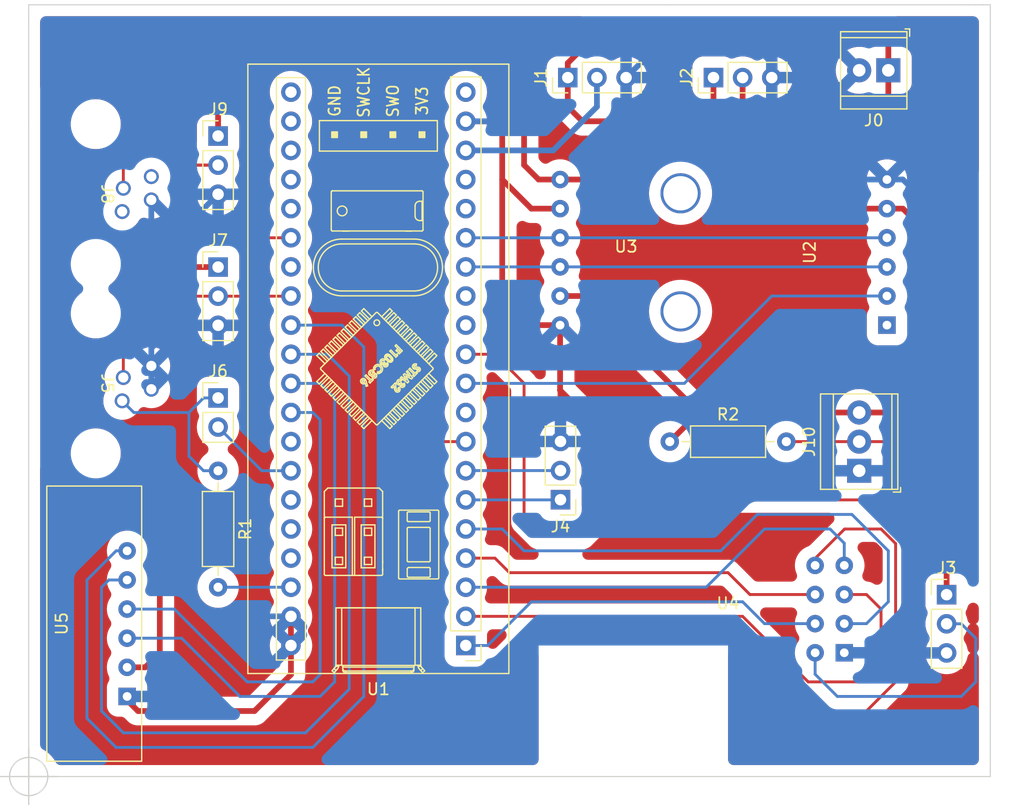
<source format=kicad_pcb>
(kicad_pcb (version 20211014) (generator pcbnew)
  (title_block (title "First Prototype from Breadboard"))
  (layers (0 "F.Cu" signal) (31 "B.Cu" signal) (34 "B.Paste" user) (35 "F.Paste" user) (36 "B.SilkS" user "B.Silkscreen") (37 "F.SilkS" user "F.Silkscreen") (38 "B.Mask" user) (39 "F.Mask" user) (44 "Edge.Cuts" user))
  (net 0 "")
  (net 1 "VDD")
  (net 2 "GND")
  (net 3 "+5V")
  (net 4 "+3V3")
  (net 5 "+3.3VP")
  (net 6 "UART_TX")
  (net 7 "UART_RX")
  (net 8 "Anemometer")
  (net 9 "Wind_Vane_SensorSide")
  (net 10 "Wind_Vane")
  (net 12 "Rain Gauge")
  (net 14 "DS18B20")
  (net 15 "+3.3VA")
  (net 16 "LoRa_NCSS")
  (net 17 "LoRa_SCLK")
  (net 18 "LoRa_MISO")
  (net 20 "LoRa_MOSI")
  (net 22 "LoRa_Reset")
  (net 25 "LoRa_DIO0")
  (net 27 "RTC_Alarm")
  (net 31 "SCL")
  (net 32 "SDA")
  (net 41 "SPI1_MOSI")
  (net 42 "SPI1_MISO")
  (net 43 "SPI1_SCK")
  (net 44 "TF_NCSS")
  (footprint "Connector_PinHeader_2.54mm:PinHeader_1x03_P2.54mm_Vertical" (layer "F.Cu") (at 156.5275 72.39 90)
    (fp_text reference "J1" (at 0 -2.33 90) (layer "F.SilkS"))
    (fp_text value "Conn_01x03_Male")
    (pad "1" thru_hole rect (at 0 0 90) (size 1.7 1.7) (drill 1) (layers *.Cu *.Mask) (net 1 "VDD"))
    (pad "2" thru_hole oval (at 0 2.54 90) (size 1.7 1.7) (drill 1) (layers *.Cu *.Mask) (net 3 "+5V"))
    (pad "3" thru_hole oval (at 0 5.08 90) (size 1.7 1.7) (drill 1) (layers *.Cu *.Mask) (net 2 "GND"))
  )
  (footprint "RJ11-Connectors:4P4C" (layer "F.Cu") (at 115.8875 82.55 -90)
    (fp_text reference "J8" (at 0 -0.5 -90 unlocked) (layer "F.SilkS"))
    (fp_text value "4P4C")
    (pad "" np_thru_hole circle (at -6.1 0.5 270) (size 2.36 2.36) (drill 2.36) (layers F&B.Cu *.Mask))
    (pad "" np_thru_hole circle (at 6.1 0.5 270) (size 2.36 2.36) (drill 2.36) (layers F&B.Cu *.Mask))
    (pad "1" thru_hole circle (at -1.525 -4.34 270) (size 1.3 1.3) (drill 0.89) (layers *.Cu *.Mask))
    (pad "2" thru_hole circle (at 0.51 -4.34 270) (size 1.3 1.3) (drill 0.89) (layers *.Cu *.Mask) (net 2 "GND"))
    (pad "3" thru_hole circle (at -0.51 -1.9 270) (size 1.3 1.3) (drill 0.89) (layers *.Cu *.Mask) (net 12 "Rain Gauge"))
    (pad "4" thru_hole circle (at 1.525 -1.8 270) (size 1.3 1.3) (drill 0.89) (layers *.Cu *.Mask))
  )
  (footprint "BME280_Module:BME280_I2C" (layer "F.Cu") (at 161.6075 87.63)
    (fp_text reference "U3" (at 0 -0.5 unlocked) (layer "F.SilkS"))
    (fp_text value "BME280_I2C")
    (pad "" np_thru_hole circle (at 4.75 5.15) (size 3.5 3.5) (drill 3) (layers F&B.Cu *.Mask))
    (pad "" np_thru_hole circle (at 4.75 -5.15) (size 3.5 3.5) (drill 3) (layers F&B.Cu *.Mask))
    (pad "1" thru_hole circle (at -5.75 -6.35) (size 1.524 1.524) (drill 0.762) (layers *.Cu *.Mask) (net 4 "+3V3"))
    (pad "1" thru_hole circle (at -5.75 3.81) (size 1.524 1.524) (drill 0.762) (layers *.Cu *.Mask) (net 4 "+3V3"))
    (pad "2" thru_hole circle (at -5.75 -3.81) (size 1.524 1.524) (drill 0.762) (layers *.Cu *.Mask) (net 2 "GND"))
    (pad "3" thru_hole circle (at -5.75 -1.27) (size 1.524 1.524) (drill 0.762) (layers *.Cu *.Mask) (net 32 "SDA"))
    (pad "4" thru_hole circle (at -5.75 1.27) (size 1.524 1.524) (drill 0.762) (layers *.Cu *.Mask) (net 31 "SCL"))
    (pad "5" thru_hole circle (at -5.75 6.35) (size 1.524 1.524) (drill 0.762) (layers *.Cu *.Mask) (net 2 "GND"))
  )
  (footprint "Connector_PinHeader_2.54mm:PinHeader_1x03_P2.54mm_Vertical" (layer "F.Cu") (at 169.2275 72.39 90)
    (fp_text reference "J2" (at 0 -2.33 90) (layer "F.SilkS"))
    (fp_text value "Conn_01x03_Male")
    (pad "1" thru_hole rect (at 0 0 90) (size 1.7 1.7) (drill 1) (layers *.Cu *.Mask) (net 1 "VDD"))
    (pad "2" thru_hole oval (at 0 2.54 90) (size 1.7 1.7) (drill 1) (layers *.Cu *.Mask) (net 4 "+3V3"))
    (pad "3" thru_hole oval (at 0 5.08 90) (size 1.7 1.7) (drill 1) (layers *.Cu *.Mask) (net 2 "GND"))
  )
  (footprint "Connector_PinHeader_2.54mm:PinHeader_1x03_P2.54mm_Vertical" (layer "F.Cu") (at 126.0475 88.915)
    (fp_text reference "J7" (at 0 -2.33) (layer "F.SilkS"))
    (fp_text value "Conn_01x03_Male")
    (pad "1" thru_hole rect (at 0 0) (size 1.7 1.7) (drill 1) (layers *.Cu *.Mask) (net 4 "+3V3"))
    (pad "2" thru_hole oval (at 0 2.54) (size 1.7 1.7) (drill 1) (layers *.Cu *.Mask) (net 8 "Anemometer"))
    (pad "3" thru_hole oval (at 0 5.08) (size 1.7 1.7) (drill 1) (layers *.Cu *.Mask) (net 2 "GND"))
  )
  (footprint "TerminalBlock_TE-Connectivity:TerminalBlock_TE_282834-2_1x02_P2.54mm_Horizontal" (layer "F.Cu") (at 184.4675 71.755 180)
    (fp_text reference "J0" (at 1.27 -4.37) (layer "F.SilkS"))
    (fp_text value "Screw_Terminal_01x02")
    (pad "1" thru_hole rect (at 0 0 180) (size 2.1 2.1) (drill 1.1) (layers *.Cu *.Mask) (net 1 "VDD"))
    (pad "2" thru_hole circle (at 2.54 0 180) (size 2.1 2.1) (drill 1.1) (layers *.Cu *.Mask) (net 2 "GND"))
  )
  (footprint "Connector_PinHeader_2.54mm:PinHeader_1x03_P2.54mm_Vertical" (layer "F.Cu") (at 189.5475 117.49)
    (fp_text reference "J3" (at 0 -2.33) (layer "F.SilkS"))
    (fp_text value "Conn_01x03_Male")
    (pad "1" thru_hole rect (at 0 0) (size 1.7 1.7) (drill 1) (layers *.Cu *.Mask) (net 1 "VDD"))
    (pad "2" thru_hole oval (at 0 2.54) (size 1.7 1.7) (drill 1) (layers *.Cu *.Mask) (net 5 "+3.3VP"))
    (pad "3" thru_hole oval (at 0 5.08) (size 1.7 1.7) (drill 1) (layers *.Cu *.Mask) (net 2 "GND"))
  )
  (footprint "Connector_PinHeader_2.54mm:PinHeader_1x03_P2.54mm_Vertical" (layer "F.Cu") (at 126.0475 77.485)
    (fp_text reference "J9" (at 0 -2.33) (layer "F.SilkS"))
    (fp_text value "Conn_01x03_Male")
    (pad "1" thru_hole rect (at 0 0) (size 1.7 1.7) (drill 1) (layers *.Cu *.Mask) (net 4 "+3V3"))
    (pad "2" thru_hole oval (at 0 2.54) (size 1.7 1.7) (drill 1) (layers *.Cu *.Mask) (net 12 "Rain Gauge"))
    (pad "3" thru_hole oval (at 0 5.08) (size 1.7 1.7) (drill 1) (layers *.Cu *.Mask) (net 2 "GND"))
  )
  (footprint "TerminalBlock_TE-Connectivity:TerminalBlock_TE_282834-3_1x03_P2.54mm_Horizontal" (layer "F.Cu") (at 181.9275 106.68 90)
    (fp_text reference "J10" (at 2.54 -4.37 90) (layer "F.SilkS"))
    (fp_text value "Screw_Terminal_01x03")
    (pad "1" thru_hole rect (at 0 0 90) (size 2.1 2.1) (drill 1.1) (layers *.Cu *.Mask) (net 2 "GND"))
    (pad "2" thru_hole circle (at 2.54 0 90) (size 2.1 2.1) (drill 1.1) (layers *.Cu *.Mask) (net 14 "DS18B20"))
    (pad "3" thru_hole circle (at 5.08 0 90) (size 2.1 2.1) (drill 1.1) (layers *.Cu *.Mask) (net 4 "+3V3"))
  )
  (footprint "Resistor_THT:R_Axial_DIN0207_L6.3mm_D2.5mm_P10.16mm_Horizontal" (layer "F.Cu") (at 126.0475 106.68 -90)
    (fp_text reference "R1" (at 5.08 -2.37 90) (layer "F.SilkS"))
    (fp_text value "3K3")
    (pad "1" thru_hole circle (at 0 0 270) (size 1.6 1.6) (drill 0.8) (layers *.Cu *.Mask) (net 9 "Wind_Vane_SensorSide"))
    (pad "2" thru_hole oval (at 10.16 0 270) (size 1.6 1.6) (drill 0.8) (layers *.Cu *.Mask) (net 15 "+3.3VA"))
  )
  (footprint "Connector_PinHeader_2.54mm:PinHeader_1x03_P2.54mm_Vertical" (layer "F.Cu") (at 155.8925 109.205 180)
    (fp_text reference "J4" (at 0 -2.33) (layer "F.SilkS"))
    (fp_text value "Conn_01x03_Male")
    (pad "1" thru_hole rect (at 0 0 180) (size 1.7 1.7) (drill 1) (layers *.Cu *.Mask) (net 6 "UART_TX"))
    (pad "2" thru_hole oval (at 0 2.54 180) (size 1.7 1.7) (drill 1) (layers *.Cu *.Mask) (net 7 "UART_RX"))
    (pad "3" thru_hole oval (at 0 5.08 180) (size 1.7 1.7) (drill 1) (layers *.Cu *.Mask) (net 2 "GND"))
  )
  (footprint "STM32-BluePill:YAAJ_BluePill_1" (layer "F.Cu") (at 147.6375 121.92 180)
    (fp_text reference "U1" (at 7.62 -3.81) (layer "F.SilkS"))
    (fp_text value "YAAJ_BluePill" hide)
    (fp_text user "3V3" (at 3.81 47.498 90 unlocked) (layer "F.SilkS") (effects (font (size 1 0.9))))
    (fp_text user "SWCLK" (at 8.89 48.26 90 unlocked) (layer "F.SilkS") (effects (font (size 1 0.9))))
    (fp_text user "SWO" (at 6.35 47.498 90 unlocked) (layer "F.SilkS") (effects (font (size 1 0.9))))
    (fp_text user "GND" (at 11.43 47.498 90 unlocked) (layer "F.SilkS") (effects (font (size 1 0.9))))
    (pad "1" thru_hole rect locked (at 0 0 180) (size 1.7 1.7) (drill 1) (layers *.Cu *.Mask) (net 16 "LoRa_NCSS"))
    (pad "2" thru_hole circle locked (at 0 2.54 180) (size 1.7 1.7) (drill 1) (layers *.Cu *.Mask) (net 17 "LoRa_SCLK"))
    (pad "3" thru_hole circle locked (at 0 5.08 180) (size 1.7 1.7) (drill 1) (layers *.Cu *.Mask) (net 18 "LoRa_MISO"))
    (pad "4" thru_hole circle locked (at 0 7.62 180) (size 1.7 1.7) (drill 1) (layers *.Cu *.Mask) (net 20 "LoRa_MOSI"))
    (pad "5" thru_hole circle locked (at 0 10.16 180) (size 1.7 1.7) (drill 1) (layers *.Cu *.Mask) (net 22 "LoRa_Reset"))
    (pad "6" thru_hole circle locked (at 0 12.7 180) (size 1.7 1.7) (drill 1) (layers *.Cu *.Mask) (net 6 "UART_TX"))
    (pad "7" thru_hole circle locked (at 0 15.24 180) (size 1.7 1.7) (drill 1) (layers *.Cu *.Mask) (net 7 "UART_RX"))
    (pad "8" thru_hole circle locked (at 0 17.78 180) (size 1.7 1.7) (drill 1) (layers *.Cu *.Mask) (net 25 "LoRa_DIO0"))
    (pad "9" thru_hole circle locked (at 0 20.32 180) (size 1.7 1.7) (drill 1) (layers *.Cu *.Mask))
    (pad "10" thru_hole circle locked (at 0 22.86 180) (size 1.7 1.7) (drill 1) (layers *.Cu *.Mask) (net 27 "RTC_Alarm"))
    (pad "11" thru_hole circle locked (at 0 25.4 180) (size 1.7 1.7) (drill 1) (layers *.Cu *.Mask) (net 14 "DS18B20"))
    (pad "12" thru_hole circle locked (at 0 27.94 180) (size 1.7 1.7) (drill 1) (layers *.Cu *.Mask))
    (pad "13" thru_hole circle locked (at 0 30.48 180) (size 1.7 1.7) (drill 1) (layers *.Cu *.Mask))
    (pad "14" thru_hole circle locked (at 0 33.02 180) (size 1.7 1.7) (drill 1) (layers *.Cu *.Mask) (net 31 "SCL"))
    (pad "15" thru_hole circle locked (at 0 35.56 180) (size 1.7 1.7) (drill 1) (layers *.Cu *.Mask) (net 32 "SDA"))
    (pad "16" thru_hole circle locked (at 0 38.1 180) (size 1.7 1.7) (drill 1) (layers *.Cu *.Mask))
    (pad "17" thru_hole circle locked (at 0 40.64 180) (size 1.7 1.7) (drill 1) (layers *.Cu *.Mask))
    (pad "18" thru_hole circle locked (at 0 43.18 180) (size 1.7 1.7) (drill 1) (layers *.Cu *.Mask) (net 3 "+5V"))
    (pad "19" thru_hole circle locked (at 0 45.72 180) (size 1.7 1.7) (drill 1) (layers *.Cu *.Mask) (net 2 "GND"))
    (pad "20" thru_hole circle locked (at 0 48.26 180) (size 1.7 1.7) (drill 1) (layers *.Cu *.Mask))
    (pad "21" thru_hole circle locked (at 15.24 48.26 180) (size 1.7 1.7) (drill 1) (layers *.Cu *.Mask))
    (pad "22" thru_hole circle locked (at 15.24 45.72 180) (size 1.7 1.7) (drill 1) (layers *.Cu *.Mask))
    (pad "23" thru_hole circle locked (at 15.24 43.18 180) (size 1.7 1.7) (drill 1) (layers *.Cu *.Mask))
    (pad "24" thru_hole circle locked (at 15.24 40.64 180) (size 1.7 1.7) (drill 1) (layers *.Cu *.Mask))
    (pad "25" thru_hole circle locked (at 15.24 38.1 180) (size 1.7 1.7) (drill 1) (layers *.Cu *.Mask))
    (pad "26" thru_hole circle locked (at 15.24 35.56 180) (size 1.7 1.7) (drill 1) (layers *.Cu *.Mask) (net 12 "Rain Gauge"))
    (pad "27" thru_hole circle locked (at 15.24 33.02 180) (size 1.7 1.7) (drill 1) (layers *.Cu *.Mask))
    (pad "28" thru_hole circle locked (at 15.24 30.48 180) (size 1.7 1.7) (drill 1) (layers *.Cu *.Mask) (net 8 "Anemometer"))
    (pad "29" thru_hole circle locked (at 15.24 27.94 180) (size 1.7 1.7) (drill 1) (layers *.Cu *.Mask) (net 44 "TF_NCSS"))
    (pad "30" thru_hole circle locked (at 15.24 25.4 180) (size 1.7 1.7) (drill 1) (layers *.Cu *.Mask) (net 43 "SPI1_SCK"))
    (pad "31" thru_hole circle locked (at 15.24 22.86 180) (size 1.7 1.7) (drill 1) (layers *.Cu *.Mask) (net 42 "SPI1_MISO"))
    (pad "32" thru_hole circle locked (at 15.24 20.32 180) (size 1.7 1.7) (drill 1) (layers *.Cu *.Mask) (net 41 "SPI1_MOSI"))
    (pad "33" thru_hole circle locked (at 15.24 17.78 180) (size 1.7 1.7) (drill 1) (layers *.Cu *.Mask))
    (pad "34" thru_hole circle locked (at 15.24 15.24 180) (size 1.7 1.7) (drill 1) (layers *.Cu *.Mask) (net 10 "Wind_Vane"))
    (pad "35" thru_hole circle locked (at 15.24 12.7 180) (size 1.7 1.7) (drill 1) (layers *.Cu *.Mask))
    (pad "36" thru_hole circle locked (at 15.24 10.16 180) (size 1.7 1.7) (drill 1) (layers *.Cu *.Mask))
    (pad "37" thru_hole circle locked (at 15.24 7.62 180) (size 1.7 1.7) (drill 1) (layers *.Cu *.Mask))
    (pad "38" thru_hole circle locked (at 15.24 5.08 180) (size 1.7 1.7) (drill 1) (layers *.Cu *.Mask) (net 15 "+3.3VA"))
    (pad "39" thru_hole circle locked (at 15.24 2.54 180) (size 1.7 1.7) (drill 1) (layers *.Cu *.Mask) (net 2 "GND"))
    (pad "40" thru_hole circle locked (at 15.24 0 180) (size 1.7 1.7) (drill 1) (layers *.Cu *.Mask) (net 2 "GND"))
  )
  (footprint "Resistor_THT:R_Axial_DIN0207_L6.3mm_D2.5mm_P10.16mm_Horizontal" (layer "F.Cu") (at 165.4175 104.14)
    (fp_text reference "R2" (at 5.08 -2.37) (layer "F.SilkS"))
    (fp_text value "4K7")
    (pad "1" thru_hole circle (at 0 0) (size 1.6 1.6) (drill 0.8) (layers *.Cu *.Mask) (net 4 "+3V3"))
    (pad "2" thru_hole oval (at 10.16 0) (size 1.6 1.6) (drill 0.8) (layers *.Cu *.Mask) (net 14 "DS18B20"))
  )
  (footprint "RJ11-Connectors:4P4C" (layer "F.Cu") (at 115.8875 99.06 -90)
    (fp_text reference "J5" (at 0 -0.5 -90 unlocked) (layer "F.SilkS"))
    (fp_text value "4P4C")
    (pad "" np_thru_hole circle (at -6.1 0.5 270) (size 2.36 2.36) (drill 2.36) (layers F&B.Cu *.Mask))
    (pad "" np_thru_hole circle (at 6.1 0.5 270) (size 2.36 2.36) (drill 2.36) (layers F&B.Cu *.Mask))
    (pad "1" thru_hole circle (at -1.525 -4.34 270) (size 1.3 1.3) (drill 0.89) (layers *.Cu *.Mask) (net 2 "GND"))
    (pad "2" thru_hole circle (at 0.51 -4.34 270) (size 1.3 1.3) (drill 0.89) (layers *.Cu *.Mask) (net 2 "GND"))
    (pad "3" thru_hole circle (at -0.51 -1.9 270) (size 1.3 1.3) (drill 0.89) (layers *.Cu *.Mask) (net 8 "Anemometer"))
    (pad "4" thru_hole circle (at 1.525 -1.8 270) (size 1.3 1.3) (drill 0.89) (layers *.Cu *.Mask) (net 9 "Wind_Vane_SensorSide"))
  )
  (footprint "SX1278_Module:SX1278_Minimal" (layer "F.Cu") (at 170.4975 118.745)
    (fp_text reference "U4" (at 0 -0.5 unlocked) (layer "F.SilkS"))
    (fp_text value "SX1278_Minimal")
    (pad "1" thru_hole rect (at 10.13 3.81) (size 1.524 1.524) (drill 0.762) (layers *.Cu *.Mask) (net 2 "GND"))
    (pad "2" thru_hole circle (at 7.59 3.81) (size 1.524 1.524) (drill 0.762) (layers *.Cu *.Mask) (net 5 "+3.3VP"))
    (pad "3" thru_hole circle (at 10.13 1.27) (size 1.524 1.524) (drill 0.762) (layers *.Cu *.Mask) (net 22 "LoRa_Reset"))
    (pad "4" thru_hole circle (at 7.59 1.27) (size 1.524 1.524) (drill 0.762) (layers *.Cu *.Mask) (net 16 "LoRa_NCSS"))
    (pad "5" thru_hole circle (at 10.13 -1.27) (size 1.524 1.524) (drill 0.762) (layers *.Cu *.Mask) (net 17 "LoRa_SCLK"))
    (pad "6" thru_hole circle (at 7.59 -1.27) (size 1.524 1.524) (drill 0.762) (layers *.Cu *.Mask) (net 20 "LoRa_MOSI"))
    (pad "7" thru_hole circle (at 10.13 -3.81) (size 1.524 1.524) (drill 0.762) (layers *.Cu *.Mask) (net 18 "LoRa_MISO"))
    (pad "8" thru_hole circle (at 7.59 -3.81) (size 1.524 1.524) (drill 0.762) (layers *.Cu *.Mask) (net 25 "LoRa_DIO0"))
  )
  (footprint "DS3231_Module:DS3231_Module_Minimal" (layer "F.Cu") (at 178.1175 87.63 90)
    (fp_text reference "U2" (at 0 -0.5 90 unlocked) (layer "F.SilkS"))
    (fp_text value "DS3231_Module_FullAccess")
    (pad "1" thru_hole circle (at -1.27 6.23 90) (size 1.524 1.524) (drill 0.762) (layers *.Cu *.Mask) (net 31 "SCL"))
    (pad "2" thru_hole circle (at 1.27 6.23 90) (size 1.524 1.524) (drill 0.762) (layers *.Cu *.Mask) (net 32 "SDA"))
    (pad "3" thru_hole circle (at 3.81 6.23 90) (size 1.524 1.524) (drill 0.762) (layers *.Cu *.Mask) (net 4 "+3V3"))
    (pad "4" thru_hole circle (at 6.35 6.23 90) (size 1.524 1.524) (drill 0.762) (layers *.Cu *.Mask) (net 2 "GND"))
    (pad "5" thru_hole rect (at -6.35 6.23 90) (size 1.524 1.524) (drill 0.762) (layers *.Cu *.Mask))
    (pad "6" thru_hole circle (at -3.81 6.23 90) (size 1.524 1.524) (drill 0.762) (layers *.Cu *.Mask) (net 27 "RTC_Alarm"))
  )
  (footprint "Connector_PinHeader_2.54mm:PinHeader_1x02_P2.54mm_Vertical" (layer "F.Cu") (at 126.0475 100.33)
    (fp_text reference "J6" (at 0 -2.33) (layer "F.SilkS"))
    (fp_text value "Conn_01x02_Male")
    (pad "1" thru_hole rect (at 0 0) (size 1.7 1.7) (drill 1) (layers *.Cu *.Mask) (net 9 "Wind_Vane_SensorSide"))
    (pad "2" thru_hole oval (at 0 2.54) (size 1.7 1.7) (drill 1) (layers *.Cu *.Mask) (net 10 "Wind_Vane"))
  )
  (footprint "TF_Module:TF_Module_Veritcal" (layer "F.Cu") (at 114.6175 120.015 90)
    (fp_text reference "U5" (at 0 -2.2 90 unlocked) (layer "F.SilkS"))
    (fp_text value "TF_Module_Vertical")
    (pad "1" thru_hole rect (at -6.35 3.5 90) (size 1.524 1.524) (drill 0.762) (layers *.Cu *.Mask) (net 2 "GND"))
    (pad "2" thru_hole circle (at -3.81 3.5 90) (size 1.524 1.524) (drill 0.762) (layers *.Cu *.Mask) (net 4 "+3V3"))
    (pad "3" thru_hole circle (at -1.27 3.5 90) (size 1.524 1.524) (drill 0.762) (layers *.Cu *.Mask) (net 42 "SPI1_MISO"))
    (pad "4" thru_hole circle (at 1.27 3.5 90) (size 1.524 1.524) (drill 0.762) (layers *.Cu *.Mask) (net 41 "SPI1_MOSI"))
    (pad "5" thru_hole circle (at 3.81 3.5 90) (size 1.524 1.524) (drill 0.762) (layers *.Cu *.Mask) (net 43 "SPI1_SCK"))
    (pad "6" thru_hole circle (at 6.35 3.5 90) (size 1.524 1.524) (drill 0.762) (layers *.Cu *.Mask) (net 44 "TF_NCSS"))
  )
  (gr_line (start 110.8075 133.35) (end 109.5375 133.35) (layer "Edge.Cuts") (width 0.1))
  (gr_line (start 193.3575 66.04) (end 193.3575 125.095) (layer "Edge.Cuts") (width 0.1))
  (gr_line (start 165.4175 66.04) (end 191.4525 66.04) (layer "Edge.Cuts") (width 0.1))
  (gr_line (start 109.5375 66.04) (end 165.4175 66.04) (layer "Edge.Cuts") (width 0.1))
  (gr_line (start 191.4525 66.04) (end 192.7225 66.04) (layer "Edge.Cuts") (width 0.1))
  (gr_line (start 193.3575 130.175) (end 193.3575 133.35) (layer "Edge.Cuts") (width 0.1))
  (gr_line (start 193.3575 125.095) (end 193.3575 130.175) (layer "Edge.Cuts") (width 0.1))
  (gr_line (start 193.3575 133.35) (end 116.5225 133.35) (layer "Edge.Cuts") (width 0.1))
  (gr_line (start 192.7225 66.04) (end 193.3575 66.04) (layer "Edge.Cuts") (width 0.1))
  (gr_line (start 109.5375 67.31) (end 109.5375 66.04) (layer "Edge.Cuts") (width 0.1))
  (gr_line (start 109.5375 76.2) (end 109.5375 67.31) (layer "Edge.Cuts") (width 0.1))
  (gr_line (start 116.5225 133.35) (end 110.8075 133.35) (layer "Edge.Cuts") (width 0.1))
  (gr_line (start 109.5375 133.35) (end 109.5375 76.2) (layer "Edge.Cuts") (width 0.1))
  (target plus (at 109.5375 133.35) (size 5) (width 0.1) (layer "Edge.Cuts"))
  (target plus (at 109.5375 133.35) (size 5) (width 0.1) (layer "Edge.Cuts"))
  (segment (start 160.3375 67.31) (end 182.5625 67.31) (width 0.5) (layer "F.Cu") (net 1))
  (segment (start 184.4675 75.565) (end 191.4525 82.55) (width 0.5) (layer "F.Cu") (net 1))
  (segment (start 156.5275 72.39) (end 156.5275 71.12) (width 0.5) (layer "F.Cu") (net 1))
  (segment (start 156.5275 74.93) (end 157.7975 76.2) (width 0.5) (layer "F.Cu") (net 1))
  (segment (start 156.5275 72.39) (end 156.5275 74.93) (width 0.5) (layer "F.Cu") (net 1))
  (segment (start 156.5275 71.12) (end 160.3375 67.31) (width 0.5) (layer "F.Cu") (net 1))
  (segment (start 191.4525 113.665) (end 189.5475 115.57) (width 0.5) (layer "F.Cu") (net 1))
  (segment (start 191.4525 82.55) (end 191.4525 113.665) (width 0.5) (layer "F.Cu") (net 1))
  (segment (start 169.2275 74.93) (end 167.9575 76.2) (width 0.5) (layer "F.Cu") (net 1))
  (segment (start 184.4675 69.215) (end 184.4675 71.755) (width 0.5) (layer "F.Cu") (net 1))
  (segment (start 182.5625 67.31) (end 184.4675 69.215) (width 0.5) (layer "F.Cu") (net 1))
  (segment (start 189.5475 115.57) (end 189.5475 117.49) (width 0.5) (layer "F.Cu") (net 1))
  (segment (start 157.7975 76.2) (end 167.9575 76.2) (width 0.5) (layer "F.Cu") (net 1))
  (segment (start 169.2275 72.39) (end 169.2275 74.93) (width 0.5) (layer "F.Cu") (net 1))
  (segment (start 184.4675 71.755) (end 184.4675 75.565) (width 0.5) (layer "F.Cu") (net 1))
  (segment (start 162.8775 106.68) (end 155.8575 99.66) (width 0.5) (layer "F.Cu") (net 2))
  (segment (start 153.9875 93.98) (end 150.8125 90.805) (width 0.5) (layer "F.Cu") (net 2))
  (segment (start 155.8575 83.82) (end 153.3525 83.82) (width 0.5) (layer "F.Cu") (net 2))
  (segment (start 150.8125 76.835) (end 150.1775 76.2) (width 0.5) (layer "F.Cu") (net 2))
  (segment (start 118.1175 126.365) (end 118.1175 126.69) (width 0.5) (layer "F.Cu") (net 2))
  (segment (start 129.2225 127.635) (end 132.3975 124.46) (width 0.5) (layer "F.Cu") (net 2))
  (segment (start 155.8925 99.695) (end 155.8925 104.125) (width 0.5) (layer "F.Cu") (net 2))
  (segment (start 118.1175 126.69) (end 119.0625 127.635) (width 0.5) (layer "F.Cu") (net 2))
  (segment (start 153.3525 83.82) (end 150.8125 81.28) (width 0.5) (layer "F.Cu") (net 2))
  (segment (start 132.3975 119.38) (end 132.3975 121.92) (width 0.5) (layer "F.Cu") (net 2))
  (segment (start 132.3975 124.46) (end 132.3975 121.92) (width 0.5) (layer "F.Cu") (net 2))
  (segment (start 150.8125 81.28) (end 150.8125 76.835) (width 0.5) (layer "F.Cu") (net 2))
  (segment (start 181.9275 106.68) (end 162.8775 106.68) (width 0.5) (layer "F.Cu") (net 2))
  (segment (start 155.8575 99.66) (end 155.8575 93.98) (width 0.5) (layer "F.Cu") (net 2))
  (segment (start 150.1775 76.2) (end 147.6375 76.2) (width 0.5) (layer "F.Cu") (net 2))
  (segment (start 150.8125 90.805) (end 150.8125 81.28) (width 0.5) (layer "F.Cu") (net 2))
  (segment (start 119.0625 127.635) (end 129.2225 127.635) (width 0.5) (layer "F.Cu") (net 2))
  (segment (start 155.8575 93.98) (end 153.9875 93.98) (width 0.5) (layer "F.Cu") (net 2))
  (segment (start 155.8575 99.66) (end 155.8925 99.695) (width 0.5) (layer "F.Cu") (net 2))
  (segment (start 131.7625 68.58) (end 153.9875 68.58) (width 0.5) (layer "B.Cu") (net 2))
  (segment (start 176.8475 81.28) (end 184.3475 81.28) (width 0.5) (layer "B.Cu") (net 2))
  (segment (start 150.1775 76.2) (end 151.4475 74.93) (width 0.5) (layer "B.Cu") (net 2))
  (segment (start 171.7675 68.58) (end 174.3075 71.12) (width 0.5) (layer "B.Cu") (net 2))
  (segment (start 115.2525 97.79) (end 120.2275 92.815) (width 0.5) (layer "B.Cu") (net 2))
  (segment (start 120.2275 88.385) (end 120.2275 92.605) (width 0.5) (layer "B.Cu") (net 2))
  (segment (start 115.2525 101.6) (end 115.2525 97.79) (width 0.5) (layer "B.Cu") (net 2))
  (segment (start 127.9375 82.565) (end 129.2225 81.28) (width 0.5) (layer "B.Cu") (net 2))
  (segment (start 174.3075 72.39) (end 174.3075 78.74) (width 0.5) (layer "B.Cu") (net 2))
  (segment (start 132.3975 119.38) (end 124.7775 119.38) (width 0.5) (layer "B.Cu") (net 2))
  (segment (start 124.7775 119.38) (end 122.8725 117.475) (width 0.5) (layer "B.Cu") (net 2))
  (segment (start 189.5475 111.76) (end 186.3725 114.935) (width 0.5) (layer "B.Cu") (net 2))
  (segment (start 122.8725 117.475) (end 122.8725 109.22) (width 0.5) (layer "B.Cu") (net 2))
  (segment (start 120.2275 88.385) (end 120.2275 83.06) (width 0.5) (layer "B.Cu") (net 2))
  (segment (start 120.2275 92.815) (end 120.2275 92.605) (width 0.5) (layer "B.Cu") (net 2))
  (segment (start 126.0475 82.565) (end 127.9375 82.565) (width 0.5) (layer "B.Cu") (net 2))
  (segment (start 187.6425 122.555) (end 180.6275 122.555) (width 0.5) (layer "B.Cu") (net 2))
  (segment (start 161.6075 72.39) (end 165.4175 68.58) (width 0.5) (layer "B.Cu") (net 2))
  (segment (start 174.3075 71.12) (end 174.3075 72.39) (width 0.5) (layer "B.Cu") (net 2))
  (segment (start 151.4475 74.93) (end 151.4475 71.12) (width 0.5) (layer "B.Cu") (net 2))
  (segment (start 126.0475 82.565) (end 120.2275 88.385) (width 0.5) (layer "B.Cu") (net 2))
  (segment (start 185.7375 81.28) (end 189.5475 85.09) (width 0.5) (layer "B.Cu") (net 2))
  (segment (start 186.3725 121.285) (end 187.6575 122.57) (width 0.5) (layer "B.Cu") (net 2))
  (segment (start 189.5475 102.87) (end 185.7375 106.68) (width 0.5) (layer "B.Cu") (net 2))
  (segment (start 122.2225 93.995) (end 120.2275 95.99) (width 0.5) (layer "B.Cu") (net 2))
  (segment (start 189.5475 85.09) (end 189.5475 102.87) (width 0.5) (layer "B.Cu") (net 2))
  (segment (start 187.6425 122.555) (end 187.6575 122.57) (width 0.5) (layer "B.Cu") (net 2))
  (segment (start 184.3475 81.28) (end 185.7375 81.28) (width 0.5) (layer "B.Cu") (net 2))
  (segment (start 178.7525 68.58) (end 171.7675 68.58) (width 0.5) (layer "B.Cu") (net 2))
  (segment (start 189.5475 102.87) (end 189.5475 111.76) (width 0.5) (layer "B.Cu") (net 2))
  (segment (start 147.6375 76.2) (end 150.1775 76.2) (width 0.5) (layer "B.Cu") (net 2))
  (segment (start 120.2275 95.99) (end 120.2275 97.535) (width 0.5) (layer "B.Cu") (net 2))
  (segment (start 120.2275 92.605) (end 120.2275 95.99) (width 0.5) (layer "B.Cu") (net 2))
  (segment (start 126.0475 93.995) (end 122.2225 93.995) (width 0.5) (layer "B.Cu") (net 2))
  (segment (start 185.7375 106.68) (end 181.9275 106.68) (width 0.5) (layer "B.Cu") (net 2))
  (segment (start 153.9875 68.58) (end 165.4175 68.58) (width 0.5) (layer "B.Cu") (net 2))
  (segment (start 187.6575 122.57) (end 189.5475 122.57) (width 0.5) (layer "B.Cu") (net 2))
  (segment (start 129.2225 81.28) (end 129.2225 71.12) (width 0.5) (layer "B.Cu") (net 2))
  (segment (start 151.4475 71.12) (end 153.9875 68.58) (width 0.5) (layer "B.Cu") (net 2))
  (segment (start 120.2275 97.535) (end 120.2275 99.57) (width 0.5) (layer "B.Cu") (net 2))
  (segment (start 122.8725 109.22) (end 115.2525 101.6) (width 0.5) (layer "B.Cu") (net 2))
  (segment (start 181.9275 71.755) (end 178.7525 68.58) (width 0.5) (layer "B.Cu") (net 2))
  (segment (start 165.4175 68.58) (end 171.7675 68.58) (width 0.5) (layer "B.Cu") (net 2))
  (segment (start 129.2225 71.12) (end 131.7625 68.58) (width 0.5) (layer "B.Cu") (net 2))
  (segment (start 186.3725 114.935) (end 186.3725 121.285) (width 0.5) (layer "B.Cu") (net 2))
  (segment (start 174.3075 78.74) (end 176.8475 81.28) (width 0.5) (layer "B.Cu") (net 2))
  (segment (start 159.0675 74.93) (end 159.0675 72.39) (width 0.5) (layer "B.Cu") (net 3))
  (segment (start 155.2575 78.74) (end 159.0675 74.93) (width 0.5) (layer "B.Cu") (net 3))
  (segment (start 147.6375 78.74) (end 155.2575 78.74) (width 0.5) (layer "B.Cu") (net 3))
  (segment (start 120.9675 122.555) (end 119.6975 123.825) (width 0.5) (layer "F.Cu") (net 4))
  (segment (start 175.5775 83.82) (end 184.3475 83.82) (width 0.5) (layer "F.Cu") (net 4))
  (segment (start 160.3375 81.28) (end 162.8775 78.74) (width 0.5) (layer "F.Cu") (net 4))
  (segment (start 112.7125 73.66) (end 112.7125 81.28) (width 0.5) (layer "F.Cu") (net 4))
  (segment (start 126.0475 77.485) (end 126.0475 71.755) (width 0.5) (layer "F.Cu") (net 4))
  (segment (start 126.0475 71.755) (end 127.9525 69.85) (width 0.5) (layer "F.Cu") (net 4))
  (segment (start 167.9575 101.6) (end 165.4175 104.14) (width 0.5) (layer "F.Cu") (net 4))
  (segment (start 127.9525 69.85) (end 116.5225 69.85) (width 0.5) (layer "F.Cu") (net 4))
  (segment (start 162.8775 78.74) (end 170.4975 78.74) (width 0.5) (layer "F.Cu") (net 4))
  (segment (start 181.9275 101.6) (end 167.9575 101.6) (width 0.5) (layer "F.Cu") (net 4))
  (segment (start 112.7125 81.28) (end 112.7125 106.045) (width 0.5) (layer "F.Cu") (net 4))
  (segment (start 119.7125 88.915) (end 112.7125 81.915) (width 0.5) (layer "F.Cu") (net 4))
  (segment (start 187.0075 99.06) (end 184.4675 101.6) (width 0.5) (layer "F.Cu") (net 4))
  (segment (start 157.7975 91.44) (end 167.9575 101.6) (width 0.5) (layer "F.Cu") (net 4))
  (segment (start 119.6975 123.825) (end 118.1175 123.825) (width 0.5) (layer "F.Cu") (net 4))
  (segment (start 116.5225 69.85) (end 112.7125 73.66) (width 0.5) (layer "F.Cu") (net 4))
  (segment (start 112.7125 106.045) (end 114.6175 107.95) (width 0.5) (layer "F.Cu") (net 4))
  (segment (start 148.9075 69.85) (end 127.9525 69.85) (width 0.5) (layer "F.Cu") (net 4))
  (segment (start 152.7175 73.66) (end 148.9075 69.85) (width 0.5) (layer "F.Cu") (net 4))
  (segment (start 185.7375 83.82) (end 187.0075 85.09) (width 0.5) (layer "F.Cu") (net 4))
  (segment (start 184.4675 101.6) (end 181.9275 101.6) (width 0.5) (layer "F.Cu") (net 4))
  (segment (start 155.8575 91.44) (end 157.7975 91.44) (width 0.5) (layer "F.Cu") (net 4))
  (segment (start 117.1575 107.95) (end 120.9675 111.76) (width 0.5) (layer "F.Cu") (net 4))
  (segment (start 155.8575 81.28) (end 153.9875 81.28) (width 0.5) (layer "F.Cu") (net 4))
  (segment (start 153.9875 81.28) (end 152.7175 80.01) (width 0.5) (layer "F.Cu") (net 4))
  (segment (start 171.7675 77.47) (end 170.4975 78.74) (width 0.5) (layer "F.Cu") (net 4))
  (segment (start 184.3475 83.82) (end 185.7375 83.82) (width 0.5) (layer "F.Cu") (net 4))
  (segment (start 155.8575 81.28) (end 160.3375 81.28) (width 0.5) (layer "F.Cu") (net 4))
  (segment (start 170.4975 78.74) (end 175.5775 83.82) (width 0.5) (layer "F.Cu") (net 4))
  (segment (start 187.0075 85.09) (end 187.0075 99.06) (width 0.5) (layer "F.Cu") (net 4))
  (segment (start 126.0475 88.915) (end 119.7125 88.915) (width 0.5) (layer "F.Cu") (net 4))
  (segment (start 152.7175 80.01) (end 152.7175 73.66) (width 0.5) (layer "F.Cu") (net 4))
  (segment (start 171.7675 72.39) (end 171.7675 77.47) (width 0.5) (layer "F.Cu") (net 4))
  (segment (start 114.6175 107.95) (end 117.1575 107.95) (width 0.5) (layer "F.Cu") (net 4))
  (segment (start 120.9675 111.76) (end 120.9675 122.555) (width 0.5) (layer "F.Cu") (net 4))
  (segment (start 112.7125 81.915) (end 112.7125 81.28) (width 0.5) (layer "F.Cu") (net 4))
  (segment (start 178.0875 124.43) (end 180.0225 126.365) (width 0.25) (layer "B.Cu") (net 5))
  (segment (start 190.8175 126.365) (end 192.0875 125.095) (width 0.25) (layer "B.Cu") (net 5))
  (segment (start 192.0875 121.285) (end 190.8325 120.03) (width 0.25) (layer "B.Cu") (net 5))
  (segment (start 192.0875 125.095) (end 192.0875 121.285) (width 0.25) (layer "B.Cu") (net 5))
  (segment (start 190.8325 120.03) (end 189.5475 120.03) (width 0.25) (layer "B.Cu") (net 5))
  (segment (start 180.0225 126.365) (end 190.8175 126.365) (width 0.25) (layer "B.Cu") (net 5))
  (segment (start 178.0875 122.555) (end 178.0875 124.43) (width 0.25) (layer "B.Cu") (net 5))
  (segment (start 155.8775 109.22) (end 155.8925 109.205) (width 0.25) (layer "F.Cu") (net 6))
  (segment (start 147.6375 109.22) (end 155.8775 109.22) (width 0.25) (layer "B.Cu") (net 6))
  (segment (start 147.6525 106.665) (end 147.6375 106.68) (width 0.25) (layer "F.Cu") (net 7))
  (segment (start 155.8925 106.665) (end 147.6525 106.665) (width 0.25) (layer "B.Cu") (net 7))
  (segment (start 126.0475 91.455) (end 132.3825 91.455) (width 0.25) (layer "F.Cu") (net 8))
  (segment (start 117.7875 93.35) (end 119.6975 91.44) (width 0.25) (layer "F.Cu") (net 8))
  (segment (start 120.9525 91.455) (end 126.0475 91.455) (width 0.25) (layer "F.Cu") (net 8))
  (segment (start 132.3825 91.455) (end 132.3975 91.44) (width 0.25) (layer "F.Cu") (net 8))
  (segment (start 117.7875 98.55) (end 117.7875 93.35) (width 0.25) (layer "F.Cu") (net 8))
  (segment (start 119.6975 91.44) (end 120.9675 91.44) (width 0.25) (layer "F.Cu") (net 8))
  (segment (start 123.5075 101.6) (end 124.7775 100.33) (width 0.25) (layer "B.Cu") (net 9))
  (segment (start 124.7775 106.68) (end 123.5075 105.41) (width 0.25) (layer "B.Cu") (net 9))
  (segment (start 123.5075 101.6) (end 118.7025 101.6) (width 0.25) (layer "B.Cu") (net 9))
  (segment (start 123.5075 105.41) (end 123.5075 101.6) (width 0.25) (layer "B.Cu") (net 9))
  (segment (start 124.7775 100.33) (end 126.0475 100.33) (width 0.25) (layer "B.Cu") (net 9))
  (segment (start 126.0475 106.68) (end 124.7775 106.68) (width 0.25) (layer "B.Cu") (net 9))
  (segment (start 118.7025 101.6) (end 117.6875 100.585) (width 0.25) (layer "B.Cu") (net 9))
  (segment (start 129.8575 106.68) (end 132.3975 106.68) (width 0.25) (layer "B.Cu") (net 10))
  (segment (start 126.0475 102.87) (end 129.8575 106.68) (width 0.25) (layer "B.Cu") (net 10))
  (segment (start 124.7775 86.36) (end 132.3975 86.36) (width 0.25) (layer "F.Cu") (net 12))
  (segment (start 117.7875 79.38) (end 118.4275 78.74) (width 0.25) (layer "F.Cu") (net 12))
  (segment (start 123.4925 80.025) (end 122.2375 81.28) (width 0.25) (layer "F.Cu") (net 12))
  (segment (start 118.4275 78.74) (end 122.2375 78.74) (width 0.25) (layer "F.Cu") (net 12))
  (segment (start 122.2375 83.82) (end 124.7775 86.36) (width 0.25) (layer "F.Cu") (net 12))
  (segment (start 126.0475 80.025) (end 123.4925 80.025) (width 0.25) (layer "F.Cu") (net 12))
  (segment (start 122.2375 78.74) (end 123.5225 80.025) (width 0.25) (layer "F.Cu") (net 12))
  (segment (start 117.7875 82.04) (end 117.7875 79.38) (width 0.25) (layer "F.Cu") (net 12))
  (segment (start 123.5225 80.025) (end 126.0475 80.025) (width 0.25) (layer "F.Cu") (net 12))
  (segment (start 122.2375 81.28) (end 122.2375 83.82) (width 0.25) (layer "F.Cu") (net 12))
  (segment (start 186.3725 104.14) (end 181.9275 104.14) (width 0.25) (layer "F.Cu") (net 14))
  (segment (start 185.7375 109.22) (end 187.6425 107.315) (width 0.25) (layer "F.Cu") (net 14))
  (segment (start 152.7175 99.06) (end 152.7175 111.125) (width 0.25) (layer "F.Cu") (net 14))
  (segment (start 175.5775 104.14) (end 181.9275 104.14) (width 0.25) (layer "F.Cu") (net 14))
  (segment (start 187.6425 105.41) (end 186.3725 104.14) (width 0.25) (layer "F.Cu") (net 14))
  (segment (start 147.6375 96.52) (end 150.1775 96.52) (width 0.25) (layer "F.Cu") (net 14))
  (segment (start 153.9875 112.395) (end 157.7975 112.395) (width 0.25) (layer "F.Cu") (net 14))
  (segment (start 152.7175 111.125) (end 153.9875 112.395) (width 0.25) (layer "F.Cu") (net 14))
  (segment (start 157.7975 112.395) (end 160.9725 109.22) (width 0.25) (layer "F.Cu") (net 14))
  (segment (start 160.9725 109.22) (end 185.7375 109.22) (width 0.25) (layer "F.Cu") (net 14))
  (segment (start 187.6425 107.315) (end 187.6425 105.41) (width 0.25) (layer "F.Cu") (net 14))
  (segment (start 150.1775 96.52) (end 152.7175 99.06) (width 0.25) (layer "F.Cu") (net 14))
  (segment (start 132.3975 116.84) (end 126.0475 116.84) (width 0.25) (layer "B.Cu") (net 15))
  (segment (start 149.5425 121.92) (end 153.3525 118.11) (width 0.25) (layer "B.Cu") (net 16))
  (segment (start 171.7675 118.11) (end 173.6725 120.015) (width 0.25) (layer "B.Cu") (net 16))
  (segment (start 173.6725 120.015) (end 178.0875 120.015) (width 0.25) (layer "B.Cu") (net 16))
  (segment (start 147.6375 121.92) (end 149.5425 121.92) (width 0.25) (layer "B.Cu") (net 16))
  (segment (start 153.3525 118.11) (end 171.7675 118.11) (width 0.25) (layer "B.Cu") (net 16))
  (segment (start 183.8325 118.745) (end 183.8325 123.825) (width 0.25) (layer "F.Cu") (net 17))
  (segment (start 182.5625 117.475) (end 183.8325 118.745) (width 0.25) (layer "F.Cu") (net 17))
  (segment (start 177.4825 125.095) (end 171.7675 119.38) (width 0.25) (layer "F.Cu") (net 17))
  (segment (start 171.7675 119.38) (end 147.6375 119.38) (width 0.25) (layer "F.Cu") (net 17))
  (segment (start 182.5625 125.095) (end 177.4825 125.095) (width 0.25) (layer "F.Cu") (net 17))
  (segment (start 180.6275 117.475) (end 182.5625 117.475) (width 0.25) (layer "F.Cu") (net 17))
  (segment (start 183.8325 123.825) (end 182.5625 125.095) (width 0.25) (layer "F.Cu") (net 17))
  (segment (start 180.6275 113) (end 180.6275 114.935) (width 0.25) (layer "B.Cu") (net 18))
  (segment (start 147.6375 116.84) (end 168.5925 116.84) (width 0.25) (layer "B.Cu") (net 18))
  (segment (start 173.6725 111.76) (end 179.3875 111.76) (width 0.25) (layer "B.Cu") (net 18))
  (segment (start 179.3875 111.76) (end 180.6275 113) (width 0.25) (layer "B.Cu") (net 18))
  (segment (start 168.5925 116.84) (end 173.6725 111.76) (width 0.25) (layer "B.Cu") (net 18))
  (segment (start 170.4975 115.57) (end 151.4475 115.57) (width 0.25) (layer "F.Cu") (net 20))
  (segment (start 150.1775 114.3) (end 147.6375 114.3) (width 0.25) (layer "F.Cu") (net 20))
  (segment (start 178.0875 117.475) (end 172.4025 117.475) (width 0.25) (layer "F.Cu") (net 20))
  (segment (start 172.4025 117.475) (end 170.4975 115.57) (width 0.25) (layer "F.Cu") (net 20))
  (segment (start 151.4475 115.57) (end 150.1775 114.3) (width 0.25) (layer "F.Cu") (net 20))
  (segment (start 150.8125 111.76) (end 152.7175 113.665) (width 0.25) (layer "B.Cu") (net 22))
  (segment (start 181.2925 110.49) (end 184.4675 113.665) (width 0.25) (layer "B.Cu") (net 22))
  (segment (start 184.4675 113.665) (end 184.4675 118.11) (width 0.25) (layer "B.Cu") (net 22))
  (segment (start 147.6375 111.76) (end 150.8125 111.76) (width 0.25) (layer "B.Cu") (net 22))
  (segment (start 182.5625 120.015) (end 180.6275 120.015) (width 0.25) (layer "B.Cu") (net 22))
  (segment (start 173.0375 110.49) (end 181.2925 110.49) (width 0.25) (layer "B.Cu") (net 22))
  (segment (start 184.4675 118.11) (end 182.5625 120.015) (width 0.25) (layer "B.Cu") (net 22))
  (segment (start 169.8625 113.665) (end 173.0375 110.49) (width 0.25) (layer "B.Cu") (net 22))
  (segment (start 152.7175 113.665) (end 169.8625 113.665) (width 0.25) (layer "B.Cu") (net 22))
  (segment (start 183.8325 111.76) (end 180.6575 111.76) (width 0.25) (layer "F.Cu") (net 25))
  (segment (start 180.6575 111.76) (end 178.0875 114.33) (width 0.25) (layer "F.Cu") (net 25))
  (segment (start 185.1025 125.095) (end 185.1025 113.03) (width 0.25) (layer "F.Cu") (net 25))
  (segment (start 185.1025 113.03) (end 183.8325 111.76) (width 0.25) (layer "F.Cu") (net 25))
  (segment (start 178.1175 127.635) (end 182.5625 127.635) (width 0.25) (layer "F.Cu") (net 25))
  (segment (start 182.5625 127.635) (end 185.1025 125.095) (width 0.25) (layer "F.Cu") (net 25))
  (segment (start 178.0875 114.33) (end 178.0875 114.935) (width 0.25) (layer "F.Cu") (net 25))
  (segment (start 153.3525 120.65) (end 171.1325 120.65) (width 0.25) (layer "F.Cu") (net 25))
  (segment (start 144.4625 105.41) (end 144.4625 123.825) (width 0.25) (layer "F.Cu") (net 25))
  (segment (start 148.9075 125.095) (end 153.3525 120.65) (width 0.25) (layer "F.Cu") (net 25))
  (segment (start 144.4625 123.825) (end 145.7325 125.095) (width 0.25) (layer "F.Cu") (net 25))
  (segment (start 147.6375 104.14) (end 145.7325 104.14) (width 0.25) (layer "F.Cu") (net 25))
  (segment (start 171.1325 120.65) (end 178.1175 127.635) (width 0.25) (layer "F.Cu") (net 25))
  (segment (start 145.7325 104.14) (end 144.4625 105.41) (width 0.25) (layer "F.Cu") (net 25))
  (segment (start 145.7325 125.095) (end 148.9075 125.095) (width 0.25) (layer "F.Cu") (net 25))
  (segment (start 174.3075 91.44) (end 184.3475 91.44) (width 0.25) (layer "B.Cu") (net 27))
  (segment (start 166.6875 99.06) (end 174.3075 91.44) (width 0.25) (layer "B.Cu") (net 27))
  (segment (start 147.6375 99.06) (end 166.6875 99.06) (width 0.25) (layer "B.Cu") (net 27))
  (segment (start 155.8575 88.9) (end 184.3475 88.9) (width 0.25) (layer "B.Cu") (net 31))
  (segment (start 147.6375 88.9) (end 155.8575 88.9) (width 0.25) (layer "B.Cu") (net 31))
  (segment (start 147.6375 86.36) (end 155.8575 86.36) (width 0.25) (layer "B.Cu") (net 32))
  (segment (start 155.8575 86.36) (end 184.3475 86.36) (width 0.25) (layer "B.Cu") (net 32))
  (segment (start 122.2375 118.745) (end 118.1175 118.745) (width 0.25) (layer "B.Cu") (net 41))
  (segment (start 134.3025 125.095) (end 128.5875 125.095) (width 0.25) (layer "B.Cu") (net 41))
  (segment (start 134.9375 124.46) (end 134.3025 125.095) (width 0.25) (layer "B.Cu") (net 41))
  (segment (start 128.5875 125.095) (end 122.2375 118.745) (width 0.25) (layer "B.Cu") (net 41))
  (segment (start 132.3975 101.6) (end 134.3025 101.6) (width 0.25) (layer "B.Cu") (net 41))
  (segment (start 134.3025 101.6) (end 134.9375 102.235) (width 0.25) (layer "B.Cu") (net 41))
  (segment (start 134.9375 102.235) (end 134.9375 124.46) (width 0.25) (layer "B.Cu") (net 41))
  (segment (start 134.9375 99.06) (end 132.3975 99.06) (width 0.25) (layer "B.Cu") (net 42))
  (segment (start 122.8725 121.285) (end 118.1175 121.285) (width 0.25) (layer "B.Cu") (net 42))
  (segment (start 134.9375 126.365) (end 136.2075 125.095) (width 0.25) (layer "B.Cu") (net 42))
  (segment (start 136.2075 125.095) (end 136.2075 100.33) (width 0.25) (layer "B.Cu") (net 42))
  (segment (start 136.2075 100.33) (end 134.9375 99.06) (width 0.25) (layer "B.Cu") (net 42))
  (segment (start 127.9525 126.365) (end 134.9375 126.365) (width 0.25) (layer "B.Cu") (net 42))
  (segment (start 122.8725 121.285) (end 127.9525 126.365) (width 0.25) (layer "B.Cu") (net 42))
  (segment (start 115.8875 127.635) (end 115.8875 116.84) (width 0.25) (layer "B.Cu") (net 43))
  (segment (start 137.4775 125.73) (end 137.4775 98.425) (width 0.25) (layer "B.Cu") (net 43))
  (segment (start 115.8875 116.84) (end 116.5225 116.205) (width 0.25) (layer "B.Cu") (net 43))
  (segment (start 117.7925 129.54) (end 115.8875 127.635) (width 0.25) (layer "B.Cu") (net 43))
  (segment (start 135.5725 96.52) (end 132.3975 96.52) (width 0.25) (layer "B.Cu") (net 43))
  (segment (start 133.6675 129.54) (end 137.4775 125.73) (width 0.25) (layer "B.Cu") (net 43))
  (segment (start 137.4775 98.425) (end 135.5725 96.52) (width 0.25) (layer "B.Cu") (net 43))
  (segment (start 133.6675 129.54) (end 117.7925 129.54) (width 0.25) (layer "B.Cu") (net 43))
  (segment (start 116.5225 116.205) (end 118.1175 116.205) (width 0.25) (layer "B.Cu") (net 43))
  (segment (start 132.3975 93.98) (end 136.8425 93.98) (width 0.25) (layer "B.Cu") (net 44))
  (segment (start 138.7475 126.365) (end 134.3025 130.81) (width 0.25) (layer "B.Cu") (net 44))
  (segment (start 114.6175 116.205) (end 117.1575 113.665) (width 0.25) (layer "B.Cu") (net 44))
  (segment (start 117.1575 130.81) (end 114.6175 128.27) (width 0.25) (layer "B.Cu") (net 44))
  (segment (start 138.7475 95.885) (end 138.7475 126.365) (width 0.25) (layer "B.Cu") (net 44))
  (segment (start 114.6175 128.27) (end 114.6175 116.205) (width 0.25) (layer "B.Cu") (net 44))
  (segment (start 117.1575 113.665) (end 118.1175 113.665) (width 0.25) (layer "B.Cu") (net 44))
  (segment (start 136.8425 93.98) (end 138.7475 95.885) (width 0.25) (layer "B.Cu") (net 44))
  (segment (start 134.3025 130.81) (end 117.1575 130.81) (width 0.25) (layer "B.Cu") (net 44))
  (zone (net 0) (net_name "") (layer "F.Cu") (connect_pads (clearance 1)) (min_thickness 1) (fill yes (thermal_gap 1) (thermal_bridge_width 1))
    (polygon (pts (xy 193.3575 133.35) (xy 109.5375 133.35) (xy 109.5375 66.04) (xy 193.3575 66.04)))
  )
  (zone (net 0) (net_name "") (layers F&B.Cu "Edge.Cuts") (connect_pads (clearance 0)) (min_thickness 0.254)
    (keepout (tracks not_allowed) (vias not_allowed) (pads not_allowed) (copperpour not_allowed) (footprints allowed))
    (fill (thermal_gap 0.508) (thermal_bridge_width 0.508))
    (polygon (pts (xy 170.4975 133.35) (xy 153.9875 133.35) (xy 153.9875 121.92) (xy 170.4975 121.92)))
  )
  (zone (net 2) (net_name "GND") (layer "B.Cu") (connect_pads (clearance 1)) (min_thickness 1) (fill yes (thermal_gap 1) (thermal_bridge_width 1))
    (polygon (pts (xy 193.3575 133.35) (xy 109.5375 133.35) (xy 109.5375 66.04) (xy 193.3575 66.04)))
  )
)
</source>
